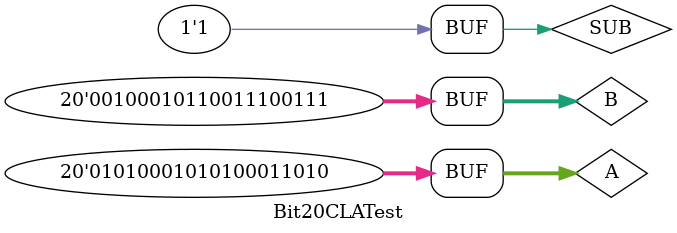
<source format=v>
`timescale 1ns / 1ps


module Bit20CLATest;

	// Inputs
	reg [19:0] A;
	reg [19:0] B;
	reg SUB;

	// Outputs
	wire [19:0] Sum;
	wire Carry;
	wire OVF;

	// Instantiate the Unit Under Test (UUT)
	Bit20CLAAdder uut (
		.A(A), 
		.B(B), 
		.Sum(Sum), 
		.Carry(Carry), 
		.SUB(SUB), 
		.OVF(OVF)
	);

	initial begin
		// Initialize Inputs
		A = 0;
		B = 0;
		SUB = 0;

		#10;
		
		A=20'b01111111111111000010;
		B=20'b01011011101011000100;
		#10;
		
		A=20'b01010001010100011010;
		B=20'b10111010011011001001;
		#10;
		
		SUB=1;
		A=20'b01001000010100011010;
		B=20'b11010001010100011010;
		#10;
		
		A=20'b01010001010100011010;
		B=20'b00100010110011100111;
		#10;
		// Wait 100 ns for global reset to finish
		#100;
        
		// Add stimulus here

	end
      
endmodule


</source>
